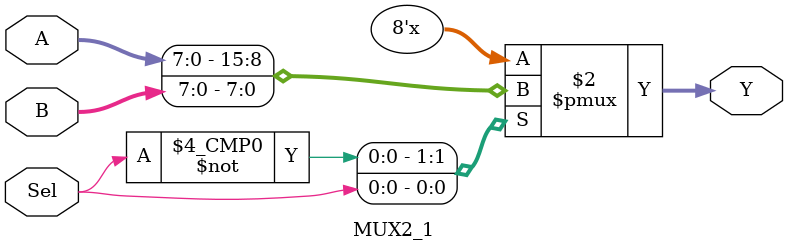
<source format=v>
module MUX2_1(input [7:0]A,B,
	      input Sel,
	      output reg[7:0]Y);

  always@(*)
  begin
    case(Sel)
      1'b0: Y=A;
      1'b1: Y=B;
    endcase
  end

endmodule

</source>
